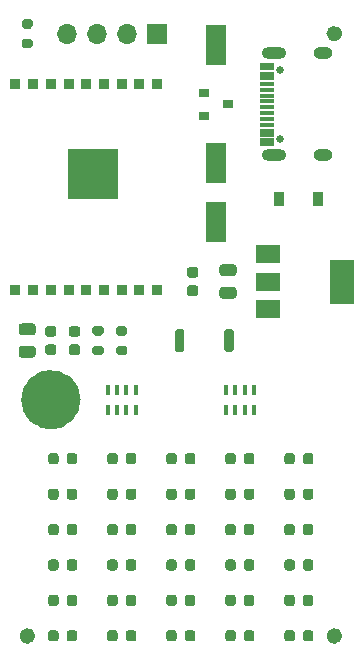
<source format=gbr>
G04 #@! TF.GenerationSoftware,KiCad,Pcbnew,(5.1.12)-1*
G04 #@! TF.CreationDate,2022-06-01T00:15:58-07:00*
G04 #@! TF.ProjectId,LedMatrixTest,4c65644d-6174-4726-9978-546573742e6b,rev?*
G04 #@! TF.SameCoordinates,Original*
G04 #@! TF.FileFunction,Soldermask,Top*
G04 #@! TF.FilePolarity,Negative*
%FSLAX46Y46*%
G04 Gerber Fmt 4.6, Leading zero omitted, Abs format (unit mm)*
G04 Created by KiCad (PCBNEW (5.1.12)-1) date 2022-06-01 00:15:58*
%MOMM*%
%LPD*%
G01*
G04 APERTURE LIST*
%ADD10C,2.500000*%
%ADD11C,0.650000*%
%ADD12R,1.700000X1.700000*%
%ADD13O,1.700000X1.700000*%
%ADD14O,2.100000X1.000000*%
%ADD15O,1.600000X1.000000*%
%ADD16C,0.650000*%
%ADD17R,1.150000X0.300000*%
%ADD18R,0.912500X0.850000*%
%ADD19R,4.300000X4.300000*%
%ADD20R,0.900000X1.200000*%
%ADD21R,2.000000X3.800000*%
%ADD22R,2.000000X1.500000*%
%ADD23R,1.800000X3.400000*%
%ADD24C,1.152000*%
%ADD25R,0.900000X0.800000*%
%ADD26R,0.400000X0.900000*%
G04 APERTURE END LIST*
D10*
X90250000Y-39000000D02*
G75*
G03*
X90250000Y-39000000I-1250000J0D01*
G01*
D11*
X113325000Y-8000000D02*
G75*
G03*
X113325000Y-8000000I-325000J0D01*
G01*
X87325000Y-59000000D02*
G75*
G03*
X87325000Y-59000000I-325000J0D01*
G01*
X113325000Y-59000000D02*
G75*
G03*
X113325000Y-59000000I-325000J0D01*
G01*
G36*
G01*
X90750000Y-32775000D02*
X91250000Y-32775000D01*
G75*
G02*
X91475000Y-33000000I0J-225000D01*
G01*
X91475000Y-33450000D01*
G75*
G02*
X91250000Y-33675000I-225000J0D01*
G01*
X90750000Y-33675000D01*
G75*
G02*
X90525000Y-33450000I0J225000D01*
G01*
X90525000Y-33000000D01*
G75*
G02*
X90750000Y-32775000I225000J0D01*
G01*
G37*
G36*
G01*
X90750000Y-34325000D02*
X91250000Y-34325000D01*
G75*
G02*
X91475000Y-34550000I0J-225000D01*
G01*
X91475000Y-35000000D01*
G75*
G02*
X91250000Y-35225000I-225000J0D01*
G01*
X90750000Y-35225000D01*
G75*
G02*
X90525000Y-35000000I0J225000D01*
G01*
X90525000Y-34550000D01*
G75*
G02*
X90750000Y-34325000I225000J0D01*
G01*
G37*
G36*
G01*
X93275000Y-35225000D02*
X92725000Y-35225000D01*
G75*
G02*
X92525000Y-35025000I0J200000D01*
G01*
X92525000Y-34625000D01*
G75*
G02*
X92725000Y-34425000I200000J0D01*
G01*
X93275000Y-34425000D01*
G75*
G02*
X93475000Y-34625000I0J-200000D01*
G01*
X93475000Y-35025000D01*
G75*
G02*
X93275000Y-35225000I-200000J0D01*
G01*
G37*
G36*
G01*
X93275000Y-33575000D02*
X92725000Y-33575000D01*
G75*
G02*
X92525000Y-33375000I0J200000D01*
G01*
X92525000Y-32975000D01*
G75*
G02*
X92725000Y-32775000I200000J0D01*
G01*
X93275000Y-32775000D01*
G75*
G02*
X93475000Y-32975000I0J-200000D01*
G01*
X93475000Y-33375000D01*
G75*
G02*
X93275000Y-33575000I-200000J0D01*
G01*
G37*
G36*
G01*
X86725000Y-8425000D02*
X87275000Y-8425000D01*
G75*
G02*
X87475000Y-8625000I0J-200000D01*
G01*
X87475000Y-9025000D01*
G75*
G02*
X87275000Y-9225000I-200000J0D01*
G01*
X86725000Y-9225000D01*
G75*
G02*
X86525000Y-9025000I0J200000D01*
G01*
X86525000Y-8625000D01*
G75*
G02*
X86725000Y-8425000I200000J0D01*
G01*
G37*
G36*
G01*
X86725000Y-6775000D02*
X87275000Y-6775000D01*
G75*
G02*
X87475000Y-6975000I0J-200000D01*
G01*
X87475000Y-7375000D01*
G75*
G02*
X87275000Y-7575000I-200000J0D01*
G01*
X86725000Y-7575000D01*
G75*
G02*
X86525000Y-7375000I0J200000D01*
G01*
X86525000Y-6975000D01*
G75*
G02*
X86725000Y-6775000I200000J0D01*
G01*
G37*
G36*
G01*
X95275000Y-35225000D02*
X94725000Y-35225000D01*
G75*
G02*
X94525000Y-35025000I0J200000D01*
G01*
X94525000Y-34625000D01*
G75*
G02*
X94725000Y-34425000I200000J0D01*
G01*
X95275000Y-34425000D01*
G75*
G02*
X95475000Y-34625000I0J-200000D01*
G01*
X95475000Y-35025000D01*
G75*
G02*
X95275000Y-35225000I-200000J0D01*
G01*
G37*
G36*
G01*
X95275000Y-33575000D02*
X94725000Y-33575000D01*
G75*
G02*
X94525000Y-33375000I0J200000D01*
G01*
X94525000Y-32975000D01*
G75*
G02*
X94725000Y-32775000I200000J0D01*
G01*
X95275000Y-32775000D01*
G75*
G02*
X95475000Y-32975000I0J-200000D01*
G01*
X95475000Y-33375000D01*
G75*
G02*
X95275000Y-33575000I-200000J0D01*
G01*
G37*
D12*
X98000000Y-8000000D03*
D13*
X95460000Y-8000000D03*
X92920000Y-8000000D03*
X90380000Y-8000000D03*
G36*
G01*
X86525000Y-32550000D02*
X87475000Y-32550000D01*
G75*
G02*
X87725000Y-32800000I0J-250000D01*
G01*
X87725000Y-33300000D01*
G75*
G02*
X87475000Y-33550000I-250000J0D01*
G01*
X86525000Y-33550000D01*
G75*
G02*
X86275000Y-33300000I0J250000D01*
G01*
X86275000Y-32800000D01*
G75*
G02*
X86525000Y-32550000I250000J0D01*
G01*
G37*
G36*
G01*
X86525000Y-34450000D02*
X87475000Y-34450000D01*
G75*
G02*
X87725000Y-34700000I0J-250000D01*
G01*
X87725000Y-35200000D01*
G75*
G02*
X87475000Y-35450000I-250000J0D01*
G01*
X86525000Y-35450000D01*
G75*
G02*
X86275000Y-35200000I0J250000D01*
G01*
X86275000Y-34700000D01*
G75*
G02*
X86525000Y-34450000I250000J0D01*
G01*
G37*
G36*
G01*
X88750000Y-34325000D02*
X89250000Y-34325000D01*
G75*
G02*
X89475000Y-34550000I0J-225000D01*
G01*
X89475000Y-35000000D01*
G75*
G02*
X89250000Y-35225000I-225000J0D01*
G01*
X88750000Y-35225000D01*
G75*
G02*
X88525000Y-35000000I0J225000D01*
G01*
X88525000Y-34550000D01*
G75*
G02*
X88750000Y-34325000I225000J0D01*
G01*
G37*
G36*
G01*
X88750000Y-32775000D02*
X89250000Y-32775000D01*
G75*
G02*
X89475000Y-33000000I0J-225000D01*
G01*
X89475000Y-33450000D01*
G75*
G02*
X89250000Y-33675000I-225000J0D01*
G01*
X88750000Y-33675000D01*
G75*
G02*
X88525000Y-33450000I0J225000D01*
G01*
X88525000Y-33000000D01*
G75*
G02*
X88750000Y-32775000I225000J0D01*
G01*
G37*
D14*
X107895000Y-18320000D03*
X107895000Y-9680000D03*
D15*
X112075000Y-18320000D03*
X112075000Y-9680000D03*
D16*
X108395000Y-11110000D03*
X108395000Y-16890000D03*
D17*
X107330000Y-10950000D03*
X107330000Y-11750000D03*
X107330000Y-12250000D03*
X107330000Y-12750000D03*
X107330000Y-13250000D03*
X107330000Y-13750000D03*
X107330000Y-14250000D03*
X107330000Y-14750000D03*
X107330000Y-15250000D03*
X107330000Y-15750000D03*
X107330000Y-16550000D03*
X107330000Y-17350000D03*
X107330000Y-17050000D03*
X107330000Y-16250000D03*
X107330000Y-11450000D03*
X107330000Y-10650000D03*
D18*
X86000000Y-12262500D03*
X87500000Y-12262500D03*
X89000000Y-12262500D03*
X90500000Y-12262500D03*
X92000000Y-12262500D03*
X93500000Y-12262500D03*
X95000000Y-12262500D03*
X96500000Y-12262500D03*
X98000000Y-12262500D03*
X98000000Y-29737500D03*
X96500000Y-29737500D03*
X95000000Y-29737500D03*
X93500000Y-29737500D03*
X92000000Y-29737500D03*
X90500000Y-29737500D03*
X89000000Y-29737500D03*
X87500000Y-29737500D03*
X86000000Y-29737500D03*
D19*
X92580000Y-19880000D03*
D20*
X108350000Y-22000000D03*
X111650000Y-22000000D03*
D21*
X113650000Y-29000000D03*
D22*
X107350000Y-29000000D03*
X107350000Y-31300000D03*
X107350000Y-26700000D03*
G36*
G01*
X101250000Y-30225000D02*
X100750000Y-30225000D01*
G75*
G02*
X100525000Y-30000000I0J225000D01*
G01*
X100525000Y-29550000D01*
G75*
G02*
X100750000Y-29325000I225000J0D01*
G01*
X101250000Y-29325000D01*
G75*
G02*
X101475000Y-29550000I0J-225000D01*
G01*
X101475000Y-30000000D01*
G75*
G02*
X101250000Y-30225000I-225000J0D01*
G01*
G37*
G36*
G01*
X101250000Y-28675000D02*
X100750000Y-28675000D01*
G75*
G02*
X100525000Y-28450000I0J225000D01*
G01*
X100525000Y-28000000D01*
G75*
G02*
X100750000Y-27775000I225000J0D01*
G01*
X101250000Y-27775000D01*
G75*
G02*
X101475000Y-28000000I0J-225000D01*
G01*
X101475000Y-28450000D01*
G75*
G02*
X101250000Y-28675000I-225000J0D01*
G01*
G37*
G36*
G01*
X104475000Y-30450000D02*
X103525000Y-30450000D01*
G75*
G02*
X103275000Y-30200000I0J250000D01*
G01*
X103275000Y-29700000D01*
G75*
G02*
X103525000Y-29450000I250000J0D01*
G01*
X104475000Y-29450000D01*
G75*
G02*
X104725000Y-29700000I0J-250000D01*
G01*
X104725000Y-30200000D01*
G75*
G02*
X104475000Y-30450000I-250000J0D01*
G01*
G37*
G36*
G01*
X104475000Y-28550000D02*
X103525000Y-28550000D01*
G75*
G02*
X103275000Y-28300000I0J250000D01*
G01*
X103275000Y-27800000D01*
G75*
G02*
X103525000Y-27550000I250000J0D01*
G01*
X104475000Y-27550000D01*
G75*
G02*
X104725000Y-27800000I0J-250000D01*
G01*
X104725000Y-28300000D01*
G75*
G02*
X104475000Y-28550000I-250000J0D01*
G01*
G37*
D23*
X103000000Y-24000000D03*
G36*
G01*
X88775000Y-44256250D02*
X88775000Y-43743750D01*
G75*
G02*
X88993750Y-43525000I218750J0D01*
G01*
X89431250Y-43525000D01*
G75*
G02*
X89650000Y-43743750I0J-218750D01*
G01*
X89650000Y-44256250D01*
G75*
G02*
X89431250Y-44475000I-218750J0D01*
G01*
X88993750Y-44475000D01*
G75*
G02*
X88775000Y-44256250I0J218750D01*
G01*
G37*
G36*
G01*
X90350000Y-44256250D02*
X90350000Y-43743750D01*
G75*
G02*
X90568750Y-43525000I218750J0D01*
G01*
X91006250Y-43525000D01*
G75*
G02*
X91225000Y-43743750I0J-218750D01*
G01*
X91225000Y-44256250D01*
G75*
G02*
X91006250Y-44475000I-218750J0D01*
G01*
X90568750Y-44475000D01*
G75*
G02*
X90350000Y-44256250I0J218750D01*
G01*
G37*
G36*
G01*
X95350000Y-44256250D02*
X95350000Y-43743750D01*
G75*
G02*
X95568750Y-43525000I218750J0D01*
G01*
X96006250Y-43525000D01*
G75*
G02*
X96225000Y-43743750I0J-218750D01*
G01*
X96225000Y-44256250D01*
G75*
G02*
X96006250Y-44475000I-218750J0D01*
G01*
X95568750Y-44475000D01*
G75*
G02*
X95350000Y-44256250I0J218750D01*
G01*
G37*
G36*
G01*
X93775000Y-44256250D02*
X93775000Y-43743750D01*
G75*
G02*
X93993750Y-43525000I218750J0D01*
G01*
X94431250Y-43525000D01*
G75*
G02*
X94650000Y-43743750I0J-218750D01*
G01*
X94650000Y-44256250D01*
G75*
G02*
X94431250Y-44475000I-218750J0D01*
G01*
X93993750Y-44475000D01*
G75*
G02*
X93775000Y-44256250I0J218750D01*
G01*
G37*
G36*
G01*
X98775000Y-44256250D02*
X98775000Y-43743750D01*
G75*
G02*
X98993750Y-43525000I218750J0D01*
G01*
X99431250Y-43525000D01*
G75*
G02*
X99650000Y-43743750I0J-218750D01*
G01*
X99650000Y-44256250D01*
G75*
G02*
X99431250Y-44475000I-218750J0D01*
G01*
X98993750Y-44475000D01*
G75*
G02*
X98775000Y-44256250I0J218750D01*
G01*
G37*
G36*
G01*
X100350000Y-44256250D02*
X100350000Y-43743750D01*
G75*
G02*
X100568750Y-43525000I218750J0D01*
G01*
X101006250Y-43525000D01*
G75*
G02*
X101225000Y-43743750I0J-218750D01*
G01*
X101225000Y-44256250D01*
G75*
G02*
X101006250Y-44475000I-218750J0D01*
G01*
X100568750Y-44475000D01*
G75*
G02*
X100350000Y-44256250I0J218750D01*
G01*
G37*
G36*
G01*
X103775000Y-44256250D02*
X103775000Y-43743750D01*
G75*
G02*
X103993750Y-43525000I218750J0D01*
G01*
X104431250Y-43525000D01*
G75*
G02*
X104650000Y-43743750I0J-218750D01*
G01*
X104650000Y-44256250D01*
G75*
G02*
X104431250Y-44475000I-218750J0D01*
G01*
X103993750Y-44475000D01*
G75*
G02*
X103775000Y-44256250I0J218750D01*
G01*
G37*
G36*
G01*
X105350000Y-44256250D02*
X105350000Y-43743750D01*
G75*
G02*
X105568750Y-43525000I218750J0D01*
G01*
X106006250Y-43525000D01*
G75*
G02*
X106225000Y-43743750I0J-218750D01*
G01*
X106225000Y-44256250D01*
G75*
G02*
X106006250Y-44475000I-218750J0D01*
G01*
X105568750Y-44475000D01*
G75*
G02*
X105350000Y-44256250I0J218750D01*
G01*
G37*
G36*
G01*
X110350000Y-44256250D02*
X110350000Y-43743750D01*
G75*
G02*
X110568750Y-43525000I218750J0D01*
G01*
X111006250Y-43525000D01*
G75*
G02*
X111225000Y-43743750I0J-218750D01*
G01*
X111225000Y-44256250D01*
G75*
G02*
X111006250Y-44475000I-218750J0D01*
G01*
X110568750Y-44475000D01*
G75*
G02*
X110350000Y-44256250I0J218750D01*
G01*
G37*
G36*
G01*
X108775000Y-44256250D02*
X108775000Y-43743750D01*
G75*
G02*
X108993750Y-43525000I218750J0D01*
G01*
X109431250Y-43525000D01*
G75*
G02*
X109650000Y-43743750I0J-218750D01*
G01*
X109650000Y-44256250D01*
G75*
G02*
X109431250Y-44475000I-218750J0D01*
G01*
X108993750Y-44475000D01*
G75*
G02*
X108775000Y-44256250I0J218750D01*
G01*
G37*
G36*
G01*
X90350000Y-47256250D02*
X90350000Y-46743750D01*
G75*
G02*
X90568750Y-46525000I218750J0D01*
G01*
X91006250Y-46525000D01*
G75*
G02*
X91225000Y-46743750I0J-218750D01*
G01*
X91225000Y-47256250D01*
G75*
G02*
X91006250Y-47475000I-218750J0D01*
G01*
X90568750Y-47475000D01*
G75*
G02*
X90350000Y-47256250I0J218750D01*
G01*
G37*
G36*
G01*
X88775000Y-47256250D02*
X88775000Y-46743750D01*
G75*
G02*
X88993750Y-46525000I218750J0D01*
G01*
X89431250Y-46525000D01*
G75*
G02*
X89650000Y-46743750I0J-218750D01*
G01*
X89650000Y-47256250D01*
G75*
G02*
X89431250Y-47475000I-218750J0D01*
G01*
X88993750Y-47475000D01*
G75*
G02*
X88775000Y-47256250I0J218750D01*
G01*
G37*
G36*
G01*
X93775000Y-47256250D02*
X93775000Y-46743750D01*
G75*
G02*
X93993750Y-46525000I218750J0D01*
G01*
X94431250Y-46525000D01*
G75*
G02*
X94650000Y-46743750I0J-218750D01*
G01*
X94650000Y-47256250D01*
G75*
G02*
X94431250Y-47475000I-218750J0D01*
G01*
X93993750Y-47475000D01*
G75*
G02*
X93775000Y-47256250I0J218750D01*
G01*
G37*
G36*
G01*
X95350000Y-47256250D02*
X95350000Y-46743750D01*
G75*
G02*
X95568750Y-46525000I218750J0D01*
G01*
X96006250Y-46525000D01*
G75*
G02*
X96225000Y-46743750I0J-218750D01*
G01*
X96225000Y-47256250D01*
G75*
G02*
X96006250Y-47475000I-218750J0D01*
G01*
X95568750Y-47475000D01*
G75*
G02*
X95350000Y-47256250I0J218750D01*
G01*
G37*
G36*
G01*
X98775000Y-47256250D02*
X98775000Y-46743750D01*
G75*
G02*
X98993750Y-46525000I218750J0D01*
G01*
X99431250Y-46525000D01*
G75*
G02*
X99650000Y-46743750I0J-218750D01*
G01*
X99650000Y-47256250D01*
G75*
G02*
X99431250Y-47475000I-218750J0D01*
G01*
X98993750Y-47475000D01*
G75*
G02*
X98775000Y-47256250I0J218750D01*
G01*
G37*
G36*
G01*
X100350000Y-47256250D02*
X100350000Y-46743750D01*
G75*
G02*
X100568750Y-46525000I218750J0D01*
G01*
X101006250Y-46525000D01*
G75*
G02*
X101225000Y-46743750I0J-218750D01*
G01*
X101225000Y-47256250D01*
G75*
G02*
X101006250Y-47475000I-218750J0D01*
G01*
X100568750Y-47475000D01*
G75*
G02*
X100350000Y-47256250I0J218750D01*
G01*
G37*
G36*
G01*
X105350000Y-47256250D02*
X105350000Y-46743750D01*
G75*
G02*
X105568750Y-46525000I218750J0D01*
G01*
X106006250Y-46525000D01*
G75*
G02*
X106225000Y-46743750I0J-218750D01*
G01*
X106225000Y-47256250D01*
G75*
G02*
X106006250Y-47475000I-218750J0D01*
G01*
X105568750Y-47475000D01*
G75*
G02*
X105350000Y-47256250I0J218750D01*
G01*
G37*
G36*
G01*
X103775000Y-47256250D02*
X103775000Y-46743750D01*
G75*
G02*
X103993750Y-46525000I218750J0D01*
G01*
X104431250Y-46525000D01*
G75*
G02*
X104650000Y-46743750I0J-218750D01*
G01*
X104650000Y-47256250D01*
G75*
G02*
X104431250Y-47475000I-218750J0D01*
G01*
X103993750Y-47475000D01*
G75*
G02*
X103775000Y-47256250I0J218750D01*
G01*
G37*
G36*
G01*
X108775000Y-47256250D02*
X108775000Y-46743750D01*
G75*
G02*
X108993750Y-46525000I218750J0D01*
G01*
X109431250Y-46525000D01*
G75*
G02*
X109650000Y-46743750I0J-218750D01*
G01*
X109650000Y-47256250D01*
G75*
G02*
X109431250Y-47475000I-218750J0D01*
G01*
X108993750Y-47475000D01*
G75*
G02*
X108775000Y-47256250I0J218750D01*
G01*
G37*
G36*
G01*
X110350000Y-47256250D02*
X110350000Y-46743750D01*
G75*
G02*
X110568750Y-46525000I218750J0D01*
G01*
X111006250Y-46525000D01*
G75*
G02*
X111225000Y-46743750I0J-218750D01*
G01*
X111225000Y-47256250D01*
G75*
G02*
X111006250Y-47475000I-218750J0D01*
G01*
X110568750Y-47475000D01*
G75*
G02*
X110350000Y-47256250I0J218750D01*
G01*
G37*
G36*
G01*
X88775000Y-50256250D02*
X88775000Y-49743750D01*
G75*
G02*
X88993750Y-49525000I218750J0D01*
G01*
X89431250Y-49525000D01*
G75*
G02*
X89650000Y-49743750I0J-218750D01*
G01*
X89650000Y-50256250D01*
G75*
G02*
X89431250Y-50475000I-218750J0D01*
G01*
X88993750Y-50475000D01*
G75*
G02*
X88775000Y-50256250I0J218750D01*
G01*
G37*
G36*
G01*
X90350000Y-50256250D02*
X90350000Y-49743750D01*
G75*
G02*
X90568750Y-49525000I218750J0D01*
G01*
X91006250Y-49525000D01*
G75*
G02*
X91225000Y-49743750I0J-218750D01*
G01*
X91225000Y-50256250D01*
G75*
G02*
X91006250Y-50475000I-218750J0D01*
G01*
X90568750Y-50475000D01*
G75*
G02*
X90350000Y-50256250I0J218750D01*
G01*
G37*
G36*
G01*
X95350000Y-50256250D02*
X95350000Y-49743750D01*
G75*
G02*
X95568750Y-49525000I218750J0D01*
G01*
X96006250Y-49525000D01*
G75*
G02*
X96225000Y-49743750I0J-218750D01*
G01*
X96225000Y-50256250D01*
G75*
G02*
X96006250Y-50475000I-218750J0D01*
G01*
X95568750Y-50475000D01*
G75*
G02*
X95350000Y-50256250I0J218750D01*
G01*
G37*
G36*
G01*
X93775000Y-50256250D02*
X93775000Y-49743750D01*
G75*
G02*
X93993750Y-49525000I218750J0D01*
G01*
X94431250Y-49525000D01*
G75*
G02*
X94650000Y-49743750I0J-218750D01*
G01*
X94650000Y-50256250D01*
G75*
G02*
X94431250Y-50475000I-218750J0D01*
G01*
X93993750Y-50475000D01*
G75*
G02*
X93775000Y-50256250I0J218750D01*
G01*
G37*
G36*
G01*
X100350000Y-50256250D02*
X100350000Y-49743750D01*
G75*
G02*
X100568750Y-49525000I218750J0D01*
G01*
X101006250Y-49525000D01*
G75*
G02*
X101225000Y-49743750I0J-218750D01*
G01*
X101225000Y-50256250D01*
G75*
G02*
X101006250Y-50475000I-218750J0D01*
G01*
X100568750Y-50475000D01*
G75*
G02*
X100350000Y-50256250I0J218750D01*
G01*
G37*
G36*
G01*
X98775000Y-50256250D02*
X98775000Y-49743750D01*
G75*
G02*
X98993750Y-49525000I218750J0D01*
G01*
X99431250Y-49525000D01*
G75*
G02*
X99650000Y-49743750I0J-218750D01*
G01*
X99650000Y-50256250D01*
G75*
G02*
X99431250Y-50475000I-218750J0D01*
G01*
X98993750Y-50475000D01*
G75*
G02*
X98775000Y-50256250I0J218750D01*
G01*
G37*
G36*
G01*
X105350000Y-50256250D02*
X105350000Y-49743750D01*
G75*
G02*
X105568750Y-49525000I218750J0D01*
G01*
X106006250Y-49525000D01*
G75*
G02*
X106225000Y-49743750I0J-218750D01*
G01*
X106225000Y-50256250D01*
G75*
G02*
X106006250Y-50475000I-218750J0D01*
G01*
X105568750Y-50475000D01*
G75*
G02*
X105350000Y-50256250I0J218750D01*
G01*
G37*
G36*
G01*
X103775000Y-50256250D02*
X103775000Y-49743750D01*
G75*
G02*
X103993750Y-49525000I218750J0D01*
G01*
X104431250Y-49525000D01*
G75*
G02*
X104650000Y-49743750I0J-218750D01*
G01*
X104650000Y-50256250D01*
G75*
G02*
X104431250Y-50475000I-218750J0D01*
G01*
X103993750Y-50475000D01*
G75*
G02*
X103775000Y-50256250I0J218750D01*
G01*
G37*
G36*
G01*
X110350000Y-50256250D02*
X110350000Y-49743750D01*
G75*
G02*
X110568750Y-49525000I218750J0D01*
G01*
X111006250Y-49525000D01*
G75*
G02*
X111225000Y-49743750I0J-218750D01*
G01*
X111225000Y-50256250D01*
G75*
G02*
X111006250Y-50475000I-218750J0D01*
G01*
X110568750Y-50475000D01*
G75*
G02*
X110350000Y-50256250I0J218750D01*
G01*
G37*
G36*
G01*
X108775000Y-50256250D02*
X108775000Y-49743750D01*
G75*
G02*
X108993750Y-49525000I218750J0D01*
G01*
X109431250Y-49525000D01*
G75*
G02*
X109650000Y-49743750I0J-218750D01*
G01*
X109650000Y-50256250D01*
G75*
G02*
X109431250Y-50475000I-218750J0D01*
G01*
X108993750Y-50475000D01*
G75*
G02*
X108775000Y-50256250I0J218750D01*
G01*
G37*
G36*
G01*
X90350000Y-53256250D02*
X90350000Y-52743750D01*
G75*
G02*
X90568750Y-52525000I218750J0D01*
G01*
X91006250Y-52525000D01*
G75*
G02*
X91225000Y-52743750I0J-218750D01*
G01*
X91225000Y-53256250D01*
G75*
G02*
X91006250Y-53475000I-218750J0D01*
G01*
X90568750Y-53475000D01*
G75*
G02*
X90350000Y-53256250I0J218750D01*
G01*
G37*
G36*
G01*
X88775000Y-53256250D02*
X88775000Y-52743750D01*
G75*
G02*
X88993750Y-52525000I218750J0D01*
G01*
X89431250Y-52525000D01*
G75*
G02*
X89650000Y-52743750I0J-218750D01*
G01*
X89650000Y-53256250D01*
G75*
G02*
X89431250Y-53475000I-218750J0D01*
G01*
X88993750Y-53475000D01*
G75*
G02*
X88775000Y-53256250I0J218750D01*
G01*
G37*
G36*
G01*
X93775000Y-53256250D02*
X93775000Y-52743750D01*
G75*
G02*
X93993750Y-52525000I218750J0D01*
G01*
X94431250Y-52525000D01*
G75*
G02*
X94650000Y-52743750I0J-218750D01*
G01*
X94650000Y-53256250D01*
G75*
G02*
X94431250Y-53475000I-218750J0D01*
G01*
X93993750Y-53475000D01*
G75*
G02*
X93775000Y-53256250I0J218750D01*
G01*
G37*
G36*
G01*
X95350000Y-53256250D02*
X95350000Y-52743750D01*
G75*
G02*
X95568750Y-52525000I218750J0D01*
G01*
X96006250Y-52525000D01*
G75*
G02*
X96225000Y-52743750I0J-218750D01*
G01*
X96225000Y-53256250D01*
G75*
G02*
X96006250Y-53475000I-218750J0D01*
G01*
X95568750Y-53475000D01*
G75*
G02*
X95350000Y-53256250I0J218750D01*
G01*
G37*
G36*
G01*
X100350000Y-53256250D02*
X100350000Y-52743750D01*
G75*
G02*
X100568750Y-52525000I218750J0D01*
G01*
X101006250Y-52525000D01*
G75*
G02*
X101225000Y-52743750I0J-218750D01*
G01*
X101225000Y-53256250D01*
G75*
G02*
X101006250Y-53475000I-218750J0D01*
G01*
X100568750Y-53475000D01*
G75*
G02*
X100350000Y-53256250I0J218750D01*
G01*
G37*
G36*
G01*
X98775000Y-53256250D02*
X98775000Y-52743750D01*
G75*
G02*
X98993750Y-52525000I218750J0D01*
G01*
X99431250Y-52525000D01*
G75*
G02*
X99650000Y-52743750I0J-218750D01*
G01*
X99650000Y-53256250D01*
G75*
G02*
X99431250Y-53475000I-218750J0D01*
G01*
X98993750Y-53475000D01*
G75*
G02*
X98775000Y-53256250I0J218750D01*
G01*
G37*
G36*
G01*
X103775000Y-53256250D02*
X103775000Y-52743750D01*
G75*
G02*
X103993750Y-52525000I218750J0D01*
G01*
X104431250Y-52525000D01*
G75*
G02*
X104650000Y-52743750I0J-218750D01*
G01*
X104650000Y-53256250D01*
G75*
G02*
X104431250Y-53475000I-218750J0D01*
G01*
X103993750Y-53475000D01*
G75*
G02*
X103775000Y-53256250I0J218750D01*
G01*
G37*
G36*
G01*
X105350000Y-53256250D02*
X105350000Y-52743750D01*
G75*
G02*
X105568750Y-52525000I218750J0D01*
G01*
X106006250Y-52525000D01*
G75*
G02*
X106225000Y-52743750I0J-218750D01*
G01*
X106225000Y-53256250D01*
G75*
G02*
X106006250Y-53475000I-218750J0D01*
G01*
X105568750Y-53475000D01*
G75*
G02*
X105350000Y-53256250I0J218750D01*
G01*
G37*
G36*
G01*
X108775000Y-53256250D02*
X108775000Y-52743750D01*
G75*
G02*
X108993750Y-52525000I218750J0D01*
G01*
X109431250Y-52525000D01*
G75*
G02*
X109650000Y-52743750I0J-218750D01*
G01*
X109650000Y-53256250D01*
G75*
G02*
X109431250Y-53475000I-218750J0D01*
G01*
X108993750Y-53475000D01*
G75*
G02*
X108775000Y-53256250I0J218750D01*
G01*
G37*
G36*
G01*
X110350000Y-53256250D02*
X110350000Y-52743750D01*
G75*
G02*
X110568750Y-52525000I218750J0D01*
G01*
X111006250Y-52525000D01*
G75*
G02*
X111225000Y-52743750I0J-218750D01*
G01*
X111225000Y-53256250D01*
G75*
G02*
X111006250Y-53475000I-218750J0D01*
G01*
X110568750Y-53475000D01*
G75*
G02*
X110350000Y-53256250I0J218750D01*
G01*
G37*
D24*
X113000000Y-8000000D03*
X87000000Y-59000000D03*
X113000000Y-59000000D03*
D23*
X103000000Y-19000000D03*
X103000000Y-9000000D03*
G36*
G01*
X103700000Y-34800000D02*
X103700000Y-33200000D01*
G75*
G02*
X103900000Y-33000000I200000J0D01*
G01*
X104300000Y-33000000D01*
G75*
G02*
X104500000Y-33200000I0J-200000D01*
G01*
X104500000Y-34800000D01*
G75*
G02*
X104300000Y-35000000I-200000J0D01*
G01*
X103900000Y-35000000D01*
G75*
G02*
X103700000Y-34800000I0J200000D01*
G01*
G37*
G36*
G01*
X99500000Y-34800000D02*
X99500000Y-33200000D01*
G75*
G02*
X99700000Y-33000000I200000J0D01*
G01*
X100100000Y-33000000D01*
G75*
G02*
X100300000Y-33200000I0J-200000D01*
G01*
X100300000Y-34800000D01*
G75*
G02*
X100100000Y-35000000I-200000J0D01*
G01*
X99700000Y-35000000D01*
G75*
G02*
X99500000Y-34800000I0J200000D01*
G01*
G37*
D25*
X102000000Y-13050000D03*
X102000000Y-14950000D03*
X104000000Y-14000000D03*
G36*
G01*
X90350000Y-56256250D02*
X90350000Y-55743750D01*
G75*
G02*
X90568750Y-55525000I218750J0D01*
G01*
X91006250Y-55525000D01*
G75*
G02*
X91225000Y-55743750I0J-218750D01*
G01*
X91225000Y-56256250D01*
G75*
G02*
X91006250Y-56475000I-218750J0D01*
G01*
X90568750Y-56475000D01*
G75*
G02*
X90350000Y-56256250I0J218750D01*
G01*
G37*
G36*
G01*
X88775000Y-56256250D02*
X88775000Y-55743750D01*
G75*
G02*
X88993750Y-55525000I218750J0D01*
G01*
X89431250Y-55525000D01*
G75*
G02*
X89650000Y-55743750I0J-218750D01*
G01*
X89650000Y-56256250D01*
G75*
G02*
X89431250Y-56475000I-218750J0D01*
G01*
X88993750Y-56475000D01*
G75*
G02*
X88775000Y-56256250I0J218750D01*
G01*
G37*
G36*
G01*
X93775000Y-56256250D02*
X93775000Y-55743750D01*
G75*
G02*
X93993750Y-55525000I218750J0D01*
G01*
X94431250Y-55525000D01*
G75*
G02*
X94650000Y-55743750I0J-218750D01*
G01*
X94650000Y-56256250D01*
G75*
G02*
X94431250Y-56475000I-218750J0D01*
G01*
X93993750Y-56475000D01*
G75*
G02*
X93775000Y-56256250I0J218750D01*
G01*
G37*
G36*
G01*
X95350000Y-56256250D02*
X95350000Y-55743750D01*
G75*
G02*
X95568750Y-55525000I218750J0D01*
G01*
X96006250Y-55525000D01*
G75*
G02*
X96225000Y-55743750I0J-218750D01*
G01*
X96225000Y-56256250D01*
G75*
G02*
X96006250Y-56475000I-218750J0D01*
G01*
X95568750Y-56475000D01*
G75*
G02*
X95350000Y-56256250I0J218750D01*
G01*
G37*
G36*
G01*
X100350000Y-56256250D02*
X100350000Y-55743750D01*
G75*
G02*
X100568750Y-55525000I218750J0D01*
G01*
X101006250Y-55525000D01*
G75*
G02*
X101225000Y-55743750I0J-218750D01*
G01*
X101225000Y-56256250D01*
G75*
G02*
X101006250Y-56475000I-218750J0D01*
G01*
X100568750Y-56475000D01*
G75*
G02*
X100350000Y-56256250I0J218750D01*
G01*
G37*
G36*
G01*
X98775000Y-56256250D02*
X98775000Y-55743750D01*
G75*
G02*
X98993750Y-55525000I218750J0D01*
G01*
X99431250Y-55525000D01*
G75*
G02*
X99650000Y-55743750I0J-218750D01*
G01*
X99650000Y-56256250D01*
G75*
G02*
X99431250Y-56475000I-218750J0D01*
G01*
X98993750Y-56475000D01*
G75*
G02*
X98775000Y-56256250I0J218750D01*
G01*
G37*
G36*
G01*
X103775000Y-56256250D02*
X103775000Y-55743750D01*
G75*
G02*
X103993750Y-55525000I218750J0D01*
G01*
X104431250Y-55525000D01*
G75*
G02*
X104650000Y-55743750I0J-218750D01*
G01*
X104650000Y-56256250D01*
G75*
G02*
X104431250Y-56475000I-218750J0D01*
G01*
X103993750Y-56475000D01*
G75*
G02*
X103775000Y-56256250I0J218750D01*
G01*
G37*
G36*
G01*
X105350000Y-56256250D02*
X105350000Y-55743750D01*
G75*
G02*
X105568750Y-55525000I218750J0D01*
G01*
X106006250Y-55525000D01*
G75*
G02*
X106225000Y-55743750I0J-218750D01*
G01*
X106225000Y-56256250D01*
G75*
G02*
X106006250Y-56475000I-218750J0D01*
G01*
X105568750Y-56475000D01*
G75*
G02*
X105350000Y-56256250I0J218750D01*
G01*
G37*
G36*
G01*
X108775000Y-56256250D02*
X108775000Y-55743750D01*
G75*
G02*
X108993750Y-55525000I218750J0D01*
G01*
X109431250Y-55525000D01*
G75*
G02*
X109650000Y-55743750I0J-218750D01*
G01*
X109650000Y-56256250D01*
G75*
G02*
X109431250Y-56475000I-218750J0D01*
G01*
X108993750Y-56475000D01*
G75*
G02*
X108775000Y-56256250I0J218750D01*
G01*
G37*
G36*
G01*
X110350000Y-56256250D02*
X110350000Y-55743750D01*
G75*
G02*
X110568750Y-55525000I218750J0D01*
G01*
X111006250Y-55525000D01*
G75*
G02*
X111225000Y-55743750I0J-218750D01*
G01*
X111225000Y-56256250D01*
G75*
G02*
X111006250Y-56475000I-218750J0D01*
G01*
X110568750Y-56475000D01*
G75*
G02*
X110350000Y-56256250I0J218750D01*
G01*
G37*
G36*
G01*
X88775000Y-59256250D02*
X88775000Y-58743750D01*
G75*
G02*
X88993750Y-58525000I218750J0D01*
G01*
X89431250Y-58525000D01*
G75*
G02*
X89650000Y-58743750I0J-218750D01*
G01*
X89650000Y-59256250D01*
G75*
G02*
X89431250Y-59475000I-218750J0D01*
G01*
X88993750Y-59475000D01*
G75*
G02*
X88775000Y-59256250I0J218750D01*
G01*
G37*
G36*
G01*
X90350000Y-59256250D02*
X90350000Y-58743750D01*
G75*
G02*
X90568750Y-58525000I218750J0D01*
G01*
X91006250Y-58525000D01*
G75*
G02*
X91225000Y-58743750I0J-218750D01*
G01*
X91225000Y-59256250D01*
G75*
G02*
X91006250Y-59475000I-218750J0D01*
G01*
X90568750Y-59475000D01*
G75*
G02*
X90350000Y-59256250I0J218750D01*
G01*
G37*
G36*
G01*
X95350000Y-59256250D02*
X95350000Y-58743750D01*
G75*
G02*
X95568750Y-58525000I218750J0D01*
G01*
X96006250Y-58525000D01*
G75*
G02*
X96225000Y-58743750I0J-218750D01*
G01*
X96225000Y-59256250D01*
G75*
G02*
X96006250Y-59475000I-218750J0D01*
G01*
X95568750Y-59475000D01*
G75*
G02*
X95350000Y-59256250I0J218750D01*
G01*
G37*
G36*
G01*
X93775000Y-59256250D02*
X93775000Y-58743750D01*
G75*
G02*
X93993750Y-58525000I218750J0D01*
G01*
X94431250Y-58525000D01*
G75*
G02*
X94650000Y-58743750I0J-218750D01*
G01*
X94650000Y-59256250D01*
G75*
G02*
X94431250Y-59475000I-218750J0D01*
G01*
X93993750Y-59475000D01*
G75*
G02*
X93775000Y-59256250I0J218750D01*
G01*
G37*
G36*
G01*
X98775000Y-59256250D02*
X98775000Y-58743750D01*
G75*
G02*
X98993750Y-58525000I218750J0D01*
G01*
X99431250Y-58525000D01*
G75*
G02*
X99650000Y-58743750I0J-218750D01*
G01*
X99650000Y-59256250D01*
G75*
G02*
X99431250Y-59475000I-218750J0D01*
G01*
X98993750Y-59475000D01*
G75*
G02*
X98775000Y-59256250I0J218750D01*
G01*
G37*
G36*
G01*
X100350000Y-59256250D02*
X100350000Y-58743750D01*
G75*
G02*
X100568750Y-58525000I218750J0D01*
G01*
X101006250Y-58525000D01*
G75*
G02*
X101225000Y-58743750I0J-218750D01*
G01*
X101225000Y-59256250D01*
G75*
G02*
X101006250Y-59475000I-218750J0D01*
G01*
X100568750Y-59475000D01*
G75*
G02*
X100350000Y-59256250I0J218750D01*
G01*
G37*
G36*
G01*
X105350000Y-59256250D02*
X105350000Y-58743750D01*
G75*
G02*
X105568750Y-58525000I218750J0D01*
G01*
X106006250Y-58525000D01*
G75*
G02*
X106225000Y-58743750I0J-218750D01*
G01*
X106225000Y-59256250D01*
G75*
G02*
X106006250Y-59475000I-218750J0D01*
G01*
X105568750Y-59475000D01*
G75*
G02*
X105350000Y-59256250I0J218750D01*
G01*
G37*
G36*
G01*
X103775000Y-59256250D02*
X103775000Y-58743750D01*
G75*
G02*
X103993750Y-58525000I218750J0D01*
G01*
X104431250Y-58525000D01*
G75*
G02*
X104650000Y-58743750I0J-218750D01*
G01*
X104650000Y-59256250D01*
G75*
G02*
X104431250Y-59475000I-218750J0D01*
G01*
X103993750Y-59475000D01*
G75*
G02*
X103775000Y-59256250I0J218750D01*
G01*
G37*
G36*
G01*
X110350000Y-59256250D02*
X110350000Y-58743750D01*
G75*
G02*
X110568750Y-58525000I218750J0D01*
G01*
X111006250Y-58525000D01*
G75*
G02*
X111225000Y-58743750I0J-218750D01*
G01*
X111225000Y-59256250D01*
G75*
G02*
X111006250Y-59475000I-218750J0D01*
G01*
X110568750Y-59475000D01*
G75*
G02*
X110350000Y-59256250I0J218750D01*
G01*
G37*
G36*
G01*
X108775000Y-59256250D02*
X108775000Y-58743750D01*
G75*
G02*
X108993750Y-58525000I218750J0D01*
G01*
X109431250Y-58525000D01*
G75*
G02*
X109650000Y-58743750I0J-218750D01*
G01*
X109650000Y-59256250D01*
G75*
G02*
X109431250Y-59475000I-218750J0D01*
G01*
X108993750Y-59475000D01*
G75*
G02*
X108775000Y-59256250I0J218750D01*
G01*
G37*
D26*
X96200000Y-38150000D03*
X95400000Y-38150000D03*
X94600000Y-38150000D03*
X93800000Y-38150000D03*
X96200000Y-39850000D03*
X93800000Y-39850000D03*
X95400000Y-39850000D03*
X94600000Y-39850000D03*
X104600000Y-39850000D03*
X105400000Y-39850000D03*
X103800000Y-39850000D03*
X106200000Y-39850000D03*
X103800000Y-38150000D03*
X104600000Y-38150000D03*
X105400000Y-38150000D03*
X106200000Y-38150000D03*
M02*

</source>
